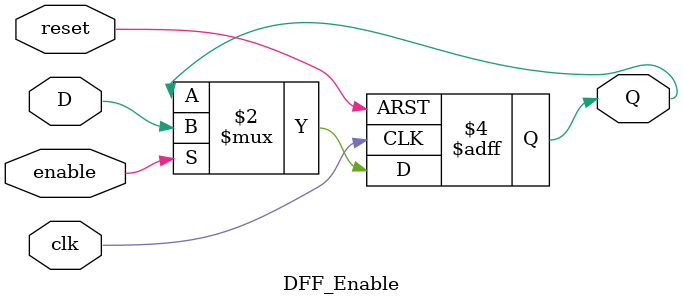
<source format=v>
module DFF_Enable
#(parameter N = 1)
(   input [N-1:0] D, 
    input clk, reset, enable,
    output [N - 1 : 0] Q);

    always @(posedge clk, posedge reset) begin
        if (reset)
            Q <= 0;
        else if (enable)
            Q <= D;
    end

endmodule
</source>
